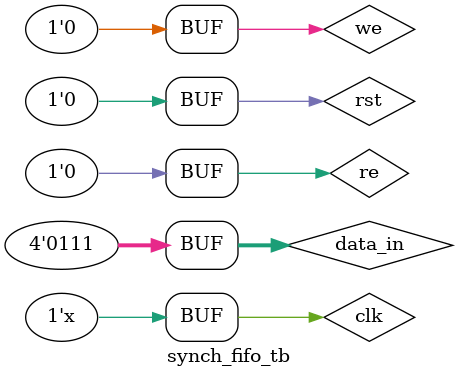
<source format=v>
module synch_fifo (
            rst, clk, we, re, data_in, data_out,full,empty
);

parameter ptr_size='d3;                  //declaring as parameters to make variable memory
parameter depth='d8;                     // depth_size =2^(pointer_size-1)
parameter width='d4;
integer i;


reg [width-1:0]mem[depth-1:0];            //memory declaration
 
reg  [ptr_size-1:0]wr_ptr,rd_ptr;

reg [3:0]count;

input rst,clk,we,re;
input [width-1:0]data_in;
 
output reg [width-1:0]data_out;
output reg full,empty;

always @(posedge clk or posedge rst)
begin
    if(rst)
    begin
        for(i=0;i<depth;i=i+1)                  //resetting fifo
           mem[i]=4'b0;
           wr_ptr=3'b0;
            rd_ptr=3'b0;
            full=1'b0;
            empty=1'b1;
            count=3'b0;
    end

    else if ((we==1) && (re==0))                                 //write condition
    begin
        if ((wr_ptr==rd_ptr) && (count==4'b1000))                              //checking memory full or not
        begin
             full=1'b1;
             empty=1'b0;                                      //if yes making full as high                          
         end
        else
        begin
             mem[wr_ptr]=data_in;                         
             wr_ptr=wr_ptr+1; 
             count=count+1;
        end
        
    end

    else if ((we==0) && (re==1))                   //read condition
    begin

        if ((wr_ptr==rd_ptr) && (count==4'b0000)) 
        begin
            empty=1'b1;
            full=1'b0;
           
         end

         else
         begin
             data_out=mem[rd_ptr];
             rd_ptr=rd_ptr+1;
             count=count-1;
         end


    end

    else
    begin
        wr_ptr=wr_ptr;
        rd_ptr=rd_ptr;
        count=count;

    end

end

    
endmodule

module synch_fifo_tb; 

parameter ptr_size='d3;                
parameter depth='d8;                   
parameter width='d4; 


reg rst,clk,we,re;
reg [width-1:0]data_in;

wire [width-1:0]data_out;
wire full,empty;

synch_fifo dut( .rst(rst), .clk(clk), .we(we), .re(re), .data_in(data_in), .data_out(data_out),.full(full),.empty(empty));

initial 
begin
    clk=0; rst=0; re=0; we=0; data_in=4'b1010;
    #10 rst=1'b1; 
    #10 rst=1'b0;

              re=0; we=1;
             #5  data_in='d0;
             #20 re=0; we=1; data_in='d1;
             #20 re=0; we=1; data_in='d2;
             #20 re=0; we=1; data_in='d3;
             #20 re=0; we=1; data_in='d4;
             #20 re=0; we=1; data_in='d5;
             #20 re=0; we=1; data_in='d6;
             #20 re=0; we=1; data_in='d7;
             #25 re=0; we=0;
          
        
             #20  re=1; we=0;
             #20  re=1; we=0;
             #20  re=1; we=0;
             #20  re=1; we=0;
             #20  re=1; we=0;
             #20  re=1; we=0;
             #20  re=1; we=0; 
             #20  re=1; we=0;    
             #20 re=0;we=0;

end
    
    always #10 clk=~clk;
endmodule



</source>
